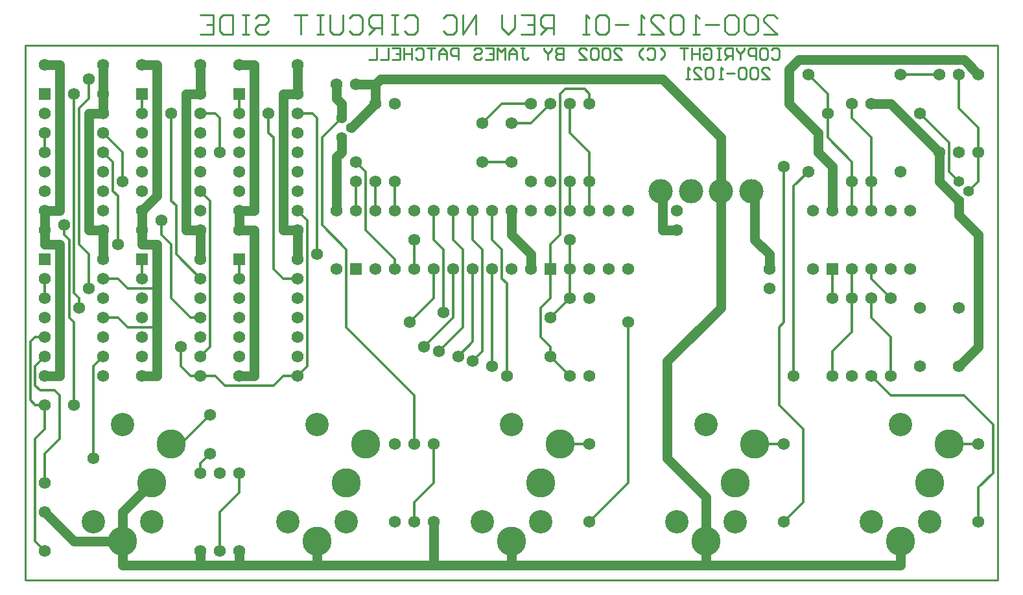
<source format=gbl>
*%FSLAX23Y23*%
*%MOIN*%
G01*
%ADD11C,0.006*%
%ADD12C,0.007*%
%ADD13C,0.008*%
%ADD14C,0.010*%
%ADD15C,0.012*%
%ADD16C,0.020*%
%ADD17C,0.032*%
%ADD18C,0.036*%
%ADD19C,0.050*%
%ADD20C,0.052*%
%ADD21C,0.055*%
%ADD22C,0.056*%
%ADD23C,0.060*%
%ADD24C,0.061*%
%ADD25C,0.062*%
%ADD26C,0.066*%
%ADD27C,0.068*%
%ADD28C,0.070*%
%ADD29C,0.080*%
%ADD30C,0.090*%
%ADD31C,0.095*%
%ADD32C,0.115*%
%ADD33C,0.120*%
%ADD34C,0.125*%
%ADD35C,0.126*%
%ADD36C,0.131*%
%ADD37C,0.150*%
%ADD38C,0.156*%
%ADD39R,0.062X0.062*%
%ADD40R,0.068X0.068*%
D14*
X10691Y9013D02*
X10731D01*
X10691Y9053D01*
Y9063D01*
X10701Y9073D01*
X10721D01*
X10731Y9063D01*
X10671D02*
X10661Y9073D01*
X10641D01*
X10631Y9063D01*
Y9023D01*
X10641Y9013D01*
X10661D01*
X10671Y9023D01*
Y9063D01*
X10611D02*
X10601Y9073D01*
X10581D01*
X10571Y9063D01*
Y9023D01*
X10581Y9013D01*
X10601D01*
X10611Y9023D01*
Y9063D01*
X10551Y9043D02*
X10511D01*
X10491Y9013D02*
X10471D01*
X10481D01*
Y9073D01*
X10482D01*
X10481D02*
X10491Y9063D01*
X10441D02*
X10431Y9073D01*
X10411D01*
X10401Y9063D01*
Y9023D01*
X10411Y9013D01*
X10431D01*
X10441Y9023D01*
Y9063D01*
X10381Y9013D02*
X10341D01*
X10381D02*
X10341Y9053D01*
Y9063D01*
X10351Y9073D01*
X10371D01*
X10381Y9063D01*
X10321Y9013D02*
X10301D01*
X10311D01*
Y9073D01*
X10312D01*
X10311D02*
X10321Y9063D01*
X10741Y9163D02*
X10751Y9173D01*
X10771D01*
X10781Y9163D01*
Y9123D01*
X10771Y9113D01*
X10751D01*
X10741Y9123D01*
X10711Y9173D02*
X10691D01*
X10711D02*
X10721Y9163D01*
Y9123D01*
X10711Y9113D01*
X10691D01*
X10681Y9123D01*
Y9163D01*
X10691Y9173D01*
X10661D02*
Y9113D01*
Y9173D02*
X10631D01*
X10621Y9163D01*
Y9143D01*
X10631Y9133D01*
X10661D01*
X10601Y9163D02*
Y9173D01*
Y9163D02*
X10581Y9143D01*
X10561Y9163D01*
Y9173D01*
X10581Y9143D02*
Y9113D01*
X10541D02*
Y9173D01*
X10511D01*
X10501Y9163D01*
Y9143D01*
X10511Y9133D01*
X10541D01*
X10521D02*
X10501Y9113D01*
X10481Y9173D02*
X10461D01*
X10471D01*
Y9113D01*
X10481D01*
X10461D01*
X10401Y9173D02*
X10391Y9163D01*
X10401Y9173D02*
X10421D01*
X10431Y9163D01*
Y9123D01*
X10421Y9113D01*
X10401D01*
X10391Y9123D01*
Y9143D01*
X10411D01*
X10371Y9173D02*
Y9113D01*
Y9143D01*
X10331D01*
Y9173D01*
Y9113D01*
X10311Y9173D02*
X10271D01*
X10291D01*
Y9113D01*
X10191Y9133D02*
X10171Y9113D01*
X10191Y9133D02*
Y9153D01*
X10171Y9173D01*
X10111D02*
X10101Y9163D01*
X10111Y9173D02*
X10131D01*
X10141Y9163D01*
Y9123D01*
X10131Y9113D01*
X10111D01*
X10101Y9123D01*
X10081Y9113D02*
X10061Y9133D01*
Y9153D01*
X10081Y9173D01*
X9971Y9113D02*
X9931D01*
X9971D02*
X9931Y9153D01*
Y9163D01*
X9941Y9173D01*
X9961D01*
X9971Y9163D01*
X9911D02*
X9901Y9173D01*
X9881D01*
X9871Y9163D01*
Y9123D01*
X9881Y9113D01*
X9901D01*
X9911Y9123D01*
Y9163D01*
X9851D02*
X9841Y9173D01*
X9821D01*
X9811Y9163D01*
Y9123D01*
X9821Y9113D01*
X9841D01*
X9851Y9123D01*
Y9163D01*
X9791Y9113D02*
X9751D01*
X9791D02*
X9751Y9153D01*
Y9163D01*
X9761Y9173D01*
X9781D01*
X9791Y9163D01*
X9671Y9173D02*
Y9113D01*
X9641D01*
X9631Y9123D01*
Y9133D01*
X9641Y9143D01*
X9671D01*
X9672D01*
X9671D02*
X9672D01*
X9671D02*
X9672D01*
X9671D02*
X9641D01*
X9631Y9153D01*
Y9163D01*
X9641Y9173D01*
X9671D01*
X9611D02*
Y9163D01*
X9591Y9143D01*
X9571Y9163D01*
Y9173D01*
X9591Y9143D02*
Y9113D01*
X9471Y9173D02*
X9451D01*
X9461D02*
X9471D01*
X9461D02*
Y9123D01*
X9471Y9113D01*
X9481D01*
X9491Y9123D01*
X9431Y9113D02*
Y9153D01*
X9411Y9173D01*
X9391Y9153D01*
Y9113D01*
Y9143D01*
X9431D01*
X9371Y9113D02*
Y9173D01*
X9351Y9153D01*
X9331Y9173D01*
Y9113D01*
X9311Y9173D02*
X9271D01*
X9311D02*
Y9113D01*
X9271D01*
X9291Y9143D02*
X9311D01*
X9222Y9173D02*
X9212Y9163D01*
X9222Y9173D02*
X9241D01*
X9251Y9163D01*
Y9153D01*
X9241Y9143D01*
X9222D01*
X9212Y9133D01*
Y9123D01*
X9222Y9113D01*
X9241D01*
X9251Y9123D01*
X9132Y9113D02*
Y9173D01*
X9102D01*
X9092Y9163D01*
Y9143D01*
X9102Y9133D01*
X9132D01*
X9072Y9113D02*
Y9153D01*
X9052Y9173D01*
X9032Y9153D01*
Y9113D01*
Y9143D01*
X9072D01*
X9012Y9173D02*
X8972D01*
X8992D01*
Y9113D01*
X8922Y9173D02*
X8912Y9163D01*
X8922Y9173D02*
X8942D01*
X8952Y9163D01*
Y9123D01*
X8942Y9113D01*
X8922D01*
X8912Y9123D01*
X8892Y9113D02*
Y9173D01*
Y9143D02*
Y9113D01*
Y9143D02*
X8852D01*
Y9173D01*
Y9113D01*
X8832Y9173D02*
X8792D01*
X8832D02*
Y9113D01*
X8792D01*
X8812Y9143D02*
X8832D01*
X8772Y9173D02*
Y9113D01*
X8732D01*
X8712D02*
Y9173D01*
Y9113D02*
X8672D01*
X10704Y9243D02*
X10771D01*
X10704Y9310D01*
Y9326D01*
X10721Y9343D01*
X10754D01*
X10771Y9326D01*
X10671D02*
X10654Y9343D01*
X10621D01*
X10604Y9326D01*
Y9260D01*
X10621Y9243D01*
X10654D01*
X10671Y9260D01*
Y9326D01*
X10571D02*
X10554Y9343D01*
X10521D01*
X10504Y9326D01*
Y9260D01*
X10521Y9243D01*
X10554D01*
X10571Y9260D01*
Y9326D01*
X10471Y9293D02*
X10404D01*
X10371Y9243D02*
X10338D01*
X10354D01*
Y9343D01*
X10355D01*
X10354D02*
X10371Y9326D01*
X10288D02*
X10271Y9343D01*
X10238D01*
X10221Y9326D01*
Y9260D01*
X10238Y9243D01*
X10271D01*
X10288Y9260D01*
Y9326D01*
X10188Y9243D02*
X10121D01*
X10188D02*
X10121Y9310D01*
Y9326D01*
X10138Y9343D01*
X10171D01*
X10188Y9326D01*
X10088Y9243D02*
X10055D01*
X10071D01*
Y9343D01*
X10072D01*
X10071D02*
X10088Y9326D01*
X10005Y9293D02*
X9938D01*
X9905Y9326D02*
X9888Y9343D01*
X9855D01*
X9838Y9326D01*
Y9260D01*
X9855Y9243D01*
X9888D01*
X9905Y9260D01*
Y9326D01*
X9805Y9243D02*
X9771D01*
X9788D01*
Y9343D01*
X9789D01*
X9788D02*
X9805Y9326D01*
X9621Y9343D02*
Y9243D01*
Y9343D02*
X9571D01*
X9555Y9326D01*
Y9293D01*
X9571Y9276D01*
X9621D01*
X9588D02*
X9555Y9243D01*
X9521Y9343D02*
X9455D01*
X9521D02*
Y9243D01*
X9455D01*
X9488Y9293D02*
X9521D01*
X9421Y9276D02*
Y9343D01*
Y9276D02*
X9388Y9243D01*
X9355Y9276D01*
Y9343D01*
X9222D02*
Y9243D01*
X9155D02*
X9222Y9343D01*
X9155D02*
Y9243D01*
X9055Y9326D02*
X9072Y9343D01*
X9105D01*
X9122Y9326D01*
Y9260D01*
X9105Y9243D01*
X9072D01*
X9055Y9260D01*
X8872Y9343D02*
X8855Y9326D01*
X8872Y9343D02*
X8905D01*
X8922Y9326D01*
Y9260D01*
X8905Y9243D01*
X8872D01*
X8855Y9260D01*
X8822Y9343D02*
X8788D01*
X8805D01*
Y9243D01*
X8822D01*
X8788D01*
X8738D02*
Y9343D01*
X8688D01*
X8672Y9326D01*
Y9293D01*
X8688Y9276D01*
X8738D01*
X8705D02*
X8672Y9243D01*
X8572Y9326D02*
X8588Y9343D01*
X8622D01*
X8638Y9326D01*
Y9260D01*
X8622Y9243D01*
X8588D01*
X8572Y9260D01*
X8538D02*
Y9343D01*
Y9260D02*
X8522Y9243D01*
X8488D01*
X8472Y9260D01*
Y9343D01*
X8438D02*
X8405D01*
X8422D01*
Y9243D01*
X8438D01*
X8405D01*
X8355Y9343D02*
X8288D01*
X8322D01*
Y9243D01*
X8105Y9343D02*
X8089Y9326D01*
X8105Y9343D02*
X8139D01*
X8155Y9326D01*
Y9310D01*
X8139Y9293D01*
X8105D01*
X8089Y9276D01*
Y9260D01*
X8105Y9243D01*
X8139D01*
X8155Y9260D01*
X8055Y9343D02*
X8022D01*
X8039D01*
Y9243D01*
X8055D01*
X8022D01*
X7972D02*
Y9343D01*
Y9243D02*
X7922D01*
X7905Y9260D01*
Y9326D01*
X7922Y9343D01*
X7972D01*
X7872D02*
X7805D01*
X7872D02*
Y9243D01*
X7805D01*
X7839Y9293D02*
X7872D01*
X6906Y9188D02*
X11906D01*
Y6438D02*
X6906D01*
Y9188D01*
X11906D02*
Y6438D01*
D15*
X8556Y8138D02*
X8431Y8263D01*
X8556Y7738D02*
X8906Y7388D01*
X7806Y7988D02*
X7681Y8113D01*
X11031Y8713D02*
X11156Y8588D01*
X11506Y8838D02*
X11656Y8688D01*
X10781Y7338D02*
X10906Y7213D01*
X8806Y8088D02*
X8656Y8238D01*
X11731Y7388D02*
X11881Y7238D01*
X7856Y7288D02*
X7706Y7138D01*
X9031Y7613D02*
X9156Y7738D01*
X9106Y7788D02*
X8956Y7638D01*
X9806Y6738D02*
X10006Y6938D01*
X9006Y7888D02*
X8881Y7763D01*
X7006Y7888D02*
Y7988D01*
X6931Y7663D02*
Y7388D01*
Y7363D01*
X6956Y7438D02*
Y7538D01*
X7006Y7088D02*
Y6938D01*
X6956Y7163D02*
Y6638D01*
X7006Y7213D02*
Y7338D01*
Y8638D02*
Y8738D01*
X6931Y7363D02*
X6956Y7338D01*
X6981Y7413D02*
X6956Y7438D01*
X7056Y7413D02*
X7081Y7388D01*
X6956Y6638D02*
X7006Y6588D01*
X6931Y7663D02*
X6956Y7688D01*
X7081Y7163D02*
X7006Y7088D01*
X6956Y7538D02*
X7006Y7588D01*
Y7213D02*
X6956Y7163D01*
X7231Y7938D02*
Y8113D01*
X7181Y8163D02*
Y8863D01*
X7231Y8913D02*
Y9013D01*
X7081Y7388D02*
Y7163D01*
X7156Y7338D02*
Y7763D01*
X7131Y7788D02*
Y8188D01*
X7106Y8213D02*
Y8263D01*
X7181Y7888D02*
Y7838D01*
X7156Y7913D02*
Y8938D01*
X7256Y7538D02*
Y7063D01*
X7231Y8113D02*
X7181Y8163D01*
X7131Y7788D02*
X7156Y7763D01*
X7131Y8188D02*
X7106Y8213D01*
X7156Y7913D02*
X7181Y7888D01*
Y8863D02*
X7206Y8888D01*
X7231Y8913D01*
X7306Y7588D02*
X7256Y7538D01*
X7381Y8163D02*
Y8413D01*
X7356Y8438D02*
Y8588D01*
X7406Y8638D02*
Y8488D01*
X7381Y7988D02*
X7431Y7938D01*
X7381Y7788D02*
X7431Y7738D01*
X7381Y8413D02*
X7356Y8438D01*
Y8588D02*
X7306Y8638D01*
Y8738D02*
X7406Y8638D01*
X7656Y7138D02*
X7706D01*
X10656D02*
X10806D01*
X11656D02*
X11806D01*
X9806D02*
X9656D01*
X7506Y7988D02*
Y8088D01*
Y8838D02*
Y8938D01*
X7606Y8288D02*
Y8213D01*
X7656Y8163D02*
Y7888D01*
Y8388D02*
Y8838D01*
Y7888D02*
X7756Y7788D01*
X7656Y8163D02*
X7606Y8213D01*
X7681Y8363D02*
X7656Y8388D01*
X7006Y7338D02*
X6956D01*
X11356Y7388D02*
X11731D01*
X7856Y7638D02*
Y8388D01*
X7681Y8363D02*
Y8113D01*
X7706Y7638D02*
Y7538D01*
X7806Y7038D02*
Y6988D01*
X7856Y8388D02*
X7806Y8438D01*
X7706Y7538D02*
X7756Y7488D01*
X7806Y7588D02*
X7856Y7638D01*
Y7088D02*
X7806Y7038D01*
X7056Y7413D02*
X6981D01*
X7931Y7438D02*
X8181D01*
X7806Y7488D02*
X7756D01*
X7806D02*
X7881D01*
X8231D02*
X8306D01*
X8006Y7988D02*
Y8088D01*
Y8838D02*
Y8938D01*
X7906Y8813D02*
Y8638D01*
Y6788D02*
Y6588D01*
X8006Y6888D02*
Y6988D01*
X7906Y8813D02*
X7881Y8838D01*
Y7488D02*
X7931Y7438D01*
X8006Y6888D02*
X7906Y6788D01*
X7581Y7738D02*
X7431D01*
X7006Y7688D02*
X6956D01*
X8181Y8038D02*
Y8713D01*
X8156Y8738D02*
Y8838D01*
X8181Y8038D02*
X8231Y7988D01*
X8181Y8713D02*
X8156Y8738D01*
X8231Y7488D02*
X8181Y7438D01*
X7581Y7938D02*
X7431D01*
X7381Y7788D02*
X7306D01*
X7756D02*
X7806D01*
X8431Y8263D02*
Y8713D01*
X8406Y8813D02*
Y8113D01*
X8356Y8288D02*
Y7538D01*
X8406Y8813D02*
X8381Y8838D01*
X8306Y8338D02*
X8356Y8288D01*
X8431Y8713D02*
X8531Y8813D01*
X8356Y7538D02*
X8306Y7488D01*
X7381Y7988D02*
X7306D01*
X8231D02*
X8306D01*
X8556Y8138D02*
Y7738D01*
X8606Y8338D02*
Y8488D01*
X8656Y8538D02*
X8606Y8588D01*
X8706Y8488D02*
Y8338D01*
X8806D02*
Y8488D01*
Y8088D02*
Y8038D01*
X8656Y8238D02*
Y8538D01*
X8906Y7388D02*
Y7138D01*
X9006D02*
Y6938D01*
X8906Y6838D02*
Y6738D01*
X9006Y8188D02*
Y8338D01*
Y8038D02*
Y7888D01*
X8906Y8038D02*
Y8188D01*
X9006D02*
X9056Y8138D01*
X9006Y6938D02*
X8906Y6838D01*
X9256Y8588D02*
X9406D01*
X9206Y8338D02*
Y8188D01*
Y8038D02*
Y7663D01*
X9156Y7738D02*
Y8138D01*
X9106Y8188D02*
Y8338D01*
Y8038D02*
Y7788D01*
X9056Y7813D02*
Y8138D01*
X9206Y8188D02*
X9256Y8138D01*
X9156D02*
X9106Y8188D01*
X9206Y7663D02*
X9131Y7588D01*
X9206Y7563D02*
X9256Y7613D01*
X7881Y8838D02*
X7806D01*
X8306D02*
X8381D01*
X9356Y8888D02*
X9506D01*
Y8788D02*
X9406D01*
X9381Y7963D02*
Y7488D01*
X9356Y7988D02*
Y8138D01*
X9306Y8188D02*
Y8338D01*
Y8038D02*
Y7538D01*
X9256Y7938D02*
Y8138D01*
Y7938D02*
Y7613D01*
X9381Y7963D02*
X9356Y7988D01*
Y8138D02*
X9306Y8188D01*
X9256Y8788D02*
X9356Y8888D01*
X9681Y8963D02*
X9781D01*
X11406Y9038D02*
X11606D01*
X9556Y7838D02*
Y7688D01*
X9606Y8038D02*
Y8163D01*
Y8038D02*
Y7888D01*
Y7638D02*
Y7588D01*
Y7638D02*
X9556Y7688D01*
X9606Y7588D02*
X9706Y7488D01*
X9606Y8163D02*
X9656Y8213D01*
X9706Y7888D02*
X9606Y7788D01*
X9556Y7838D02*
X9606Y7888D01*
X9506Y8788D02*
X9606Y8888D01*
X9806Y8463D02*
Y8338D01*
X9706D02*
Y8488D01*
Y8738D02*
Y8888D01*
X9806Y8488D02*
Y8463D01*
Y8488D02*
Y8638D01*
X9656Y8938D02*
Y8213D01*
X9806Y8888D02*
Y8938D01*
X9706Y8038D02*
Y7888D01*
Y8038D02*
Y8188D01*
X9806Y8638D02*
X9706Y8738D01*
X9806Y8938D02*
X9781Y8963D01*
X9681D02*
X9656Y8938D01*
X10006Y7763D02*
Y6938D01*
X10781Y7338D02*
Y7738D01*
X10806Y7763D01*
X10856Y7488D02*
Y8463D01*
X10906Y7213D02*
Y6838D01*
X10806Y7763D02*
Y8563D01*
X11031Y8938D02*
X10931Y9038D01*
Y8538D02*
X10856Y8463D01*
X10906Y6838D02*
X10806Y6738D01*
X11056Y7888D02*
Y8038D01*
X11156Y8813D02*
Y8888D01*
Y8488D02*
Y8338D01*
Y8488D02*
Y8588D01*
X11031Y8713D02*
Y8838D01*
Y8938D01*
X11156Y8038D02*
Y7888D01*
Y7713D01*
X11056Y7613D02*
Y7488D01*
X11256Y8713D02*
X11156Y8813D01*
Y7713D02*
X11056Y7613D01*
X11256Y7988D02*
Y8038D01*
X11356Y7688D02*
Y7488D01*
X11256Y7788D02*
Y7888D01*
Y8488D02*
Y8713D01*
Y8488D02*
Y8338D01*
Y7988D02*
X11356Y7888D01*
X11256Y7788D02*
X11356Y7688D01*
X11256Y7488D02*
X11356Y7388D01*
X11706Y8863D02*
Y9038D01*
X11656Y8688D02*
Y8538D01*
X11806Y8763D02*
X11706Y8863D01*
X11656Y8538D02*
X11706Y8488D01*
X11756Y8438D02*
X11806Y8488D01*
Y8638D02*
Y8763D01*
Y8638D02*
Y8488D01*
X11881Y7238D02*
Y6988D01*
X11806Y6913D02*
Y6738D01*
Y6913D02*
X11881Y6988D01*
D19*
X7156Y6638D02*
X7006Y6788D01*
X8531Y8888D02*
X8506Y8913D01*
X10656Y8188D02*
X10731Y8113D01*
X9506D02*
X9406Y8213D01*
X11706Y8313D02*
X11806Y8213D01*
X11706Y8388D02*
X11606Y8488D01*
Y8638D02*
X11356Y8888D01*
X10981Y8738D02*
X10831Y8888D01*
X10981Y8638D02*
X11006Y8613D01*
X11056Y8563D01*
X11731Y9113D02*
X11806Y9038D01*
X10484Y8713D02*
X10184Y9013D01*
X10206Y7063D02*
X10406Y6863D01*
X7581Y8413D02*
X7506Y8338D01*
X7556Y6938D02*
X7406Y6788D01*
X8506Y8613D02*
X8531Y8638D01*
X11706Y7538D02*
X11806Y7638D01*
X10831Y9063D02*
X10881Y9113D01*
X8731Y9013D02*
X8706Y8988D01*
Y8888D02*
X8581Y8763D01*
X10206Y7563D02*
X10481Y7838D01*
X8006Y6513D02*
X7806D01*
X7406D01*
X8006D02*
X8406D01*
X9006D01*
X9406D01*
X10406D01*
X11406D01*
X7006Y8238D02*
Y8338D01*
Y8238D02*
Y8163D01*
X7156Y6638D02*
X7406D01*
X7081Y8338D02*
Y9088D01*
Y8163D02*
Y7488D01*
X7231Y8238D02*
Y8838D01*
X7306Y8938D02*
Y9088D01*
Y8938D02*
Y8838D01*
Y8238D02*
Y8088D01*
X7406Y6638D02*
Y6513D01*
Y6638D02*
Y6788D01*
X7581Y7488D02*
Y8163D01*
X7506Y8238D02*
Y8338D01*
Y8238D02*
Y8163D01*
X7581Y8413D02*
Y9088D01*
X7731Y8938D02*
Y8238D01*
X7806Y8938D02*
Y9088D01*
Y8238D02*
Y8088D01*
Y6588D02*
Y6513D01*
X7081Y7488D02*
X7006D01*
X7506D02*
X7581D01*
X8006D02*
X8081D01*
X8006Y8238D02*
Y8338D01*
Y6588D02*
Y6513D01*
X8081Y8338D02*
Y9088D01*
Y8238D02*
Y7488D01*
X8231Y8238D02*
Y8938D01*
X8406Y6638D02*
Y6513D01*
X8306Y8088D02*
Y8238D01*
Y8938D02*
Y9088D01*
X7081Y8163D02*
X7006D01*
X7506D02*
X7581D01*
X8531Y8638D02*
Y8713D01*
X8506Y8613D02*
Y8338D01*
Y8913D02*
Y8988D01*
X8531Y8888D02*
Y8813D01*
X7081Y8338D02*
X7006D01*
X7231Y8238D02*
X7306D01*
X7731D02*
X7806D01*
X8006Y8338D02*
X8081D01*
Y8238D02*
X8006D01*
X8231D02*
X8306D01*
X10181D02*
X10256D01*
X8706Y8888D02*
Y8988D01*
X10640Y8438D02*
X10656D01*
X10181D02*
X10172D01*
X10481D02*
X10484D01*
X9006Y6738D02*
Y6513D01*
X7306Y8838D02*
X7231D01*
X7731Y8938D02*
X7806D01*
X8231D02*
X8306D01*
X11256Y8888D02*
X11356D01*
X9406Y6638D02*
Y6513D01*
Y8213D02*
Y8338D01*
X7081Y9088D02*
X7006D01*
X7506D02*
X7581D01*
X8006D02*
X8081D01*
X10881Y9113D02*
X11731D01*
X8706Y8988D02*
X8606D01*
X8731Y9013D02*
X10184D01*
X9506Y8113D02*
Y8038D01*
X10181Y8238D02*
Y8438D01*
X10206Y7563D02*
Y7063D01*
X10406Y6638D02*
Y6513D01*
Y6638D02*
Y6863D01*
X10484Y8438D02*
Y8713D01*
X10481Y8438D02*
Y7838D01*
X10656Y8188D02*
Y8438D01*
X10731Y8113D02*
Y8038D01*
X10831Y8888D02*
Y9063D01*
X10981Y8738D02*
Y8638D01*
X11056Y8563D02*
Y8338D01*
X11406Y6638D02*
Y6513D01*
X11706Y8313D02*
Y8388D01*
X11606Y8488D02*
Y8638D01*
X11806Y8213D02*
Y7638D01*
D21*
X11706Y8488D02*
D03*
X11756Y8438D02*
D03*
X11706Y8388D02*
D03*
X8531Y8813D02*
D03*
X8581Y8763D02*
D03*
X8531Y8713D02*
D03*
D25*
X10806Y8563D02*
D03*
X10856Y7488D02*
D03*
X10006Y7763D02*
D03*
X9706Y8188D02*
D03*
X9381Y7488D02*
D03*
X9306Y7538D02*
D03*
X9206Y7563D02*
D03*
X9131Y7588D02*
D03*
X9056Y7813D02*
D03*
X9031Y7613D02*
D03*
X8956Y7638D02*
D03*
X8881Y7763D02*
D03*
X8906Y8188D02*
D03*
X8406Y8113D02*
D03*
X8156Y8838D02*
D03*
X7906Y8638D02*
D03*
X7706Y7638D02*
D03*
X7656Y8838D02*
D03*
X7606Y8288D02*
D03*
X7381Y8163D02*
D03*
X7406Y8488D02*
D03*
X7231Y9013D02*
D03*
X7156Y8938D02*
D03*
X7231Y7938D02*
D03*
X7156Y7338D02*
D03*
X7106Y8263D02*
D03*
X7181Y7838D02*
D03*
X7256Y7063D02*
D03*
X10931Y9038D02*
D03*
Y8538D02*
D03*
X11031Y8838D02*
D03*
X11156Y8888D02*
D03*
Y8488D02*
D03*
X11406Y9038D02*
D03*
Y8538D02*
D03*
X11506Y8838D02*
D03*
X11606Y9038D02*
D03*
Y8638D02*
D03*
X11706Y9038D02*
D03*
Y8638D02*
D03*
X11806Y9038D02*
D03*
Y8638D02*
D03*
X10731Y7938D02*
D03*
Y8038D02*
D03*
X10956Y8338D02*
D03*
Y8038D02*
D03*
X11156D02*
D03*
X11256D02*
D03*
X11356D02*
D03*
Y8338D02*
D03*
X11256D02*
D03*
X11156D02*
D03*
X11056D02*
D03*
Y7488D02*
D03*
Y7888D02*
D03*
X11156D02*
D03*
Y7488D02*
D03*
X11256D02*
D03*
Y7888D02*
D03*
Y8488D02*
D03*
Y8888D02*
D03*
X11356Y7488D02*
D03*
Y7888D02*
D03*
X11506Y7838D02*
D03*
Y7538D02*
D03*
X11456Y8038D02*
D03*
Y8338D02*
D03*
X11706Y7838D02*
D03*
Y7538D02*
D03*
X10806Y7138D02*
D03*
Y6738D02*
D03*
X11806Y7138D02*
D03*
Y6738D02*
D03*
X9806Y8888D02*
D03*
Y8488D02*
D03*
X9706Y8888D02*
D03*
Y8488D02*
D03*
X9606Y8888D02*
D03*
Y8488D02*
D03*
X9506Y8888D02*
D03*
Y8488D02*
D03*
X9406Y8788D02*
D03*
Y8588D02*
D03*
X9256Y8788D02*
D03*
Y8588D02*
D03*
X10256Y8238D02*
D03*
Y8338D02*
D03*
X9806Y7888D02*
D03*
Y7488D02*
D03*
X9706Y7888D02*
D03*
Y7488D02*
D03*
X9606Y7588D02*
D03*
Y7788D02*
D03*
X10006Y8038D02*
D03*
Y8338D02*
D03*
X9706Y8038D02*
D03*
X9806D02*
D03*
X9906D02*
D03*
Y8338D02*
D03*
X9806D02*
D03*
X9706D02*
D03*
X9606D02*
D03*
X9506D02*
D03*
Y8038D02*
D03*
X9406D02*
D03*
Y8338D02*
D03*
X9806Y7138D02*
D03*
Y6738D02*
D03*
X8506Y8988D02*
D03*
X8606D02*
D03*
X7506Y8838D02*
D03*
Y8738D02*
D03*
Y8638D02*
D03*
Y8538D02*
D03*
Y8438D02*
D03*
Y8338D02*
D03*
X7806D02*
D03*
Y8438D02*
D03*
Y8538D02*
D03*
Y8638D02*
D03*
Y8738D02*
D03*
Y8838D02*
D03*
Y8938D02*
D03*
Y9088D02*
D03*
X7506D02*
D03*
X8006Y8838D02*
D03*
Y8738D02*
D03*
Y8638D02*
D03*
Y8538D02*
D03*
Y8438D02*
D03*
Y8338D02*
D03*
X8306D02*
D03*
Y8438D02*
D03*
Y8538D02*
D03*
Y8638D02*
D03*
Y8738D02*
D03*
Y8838D02*
D03*
Y8938D02*
D03*
Y9088D02*
D03*
X8006D02*
D03*
X8806Y8488D02*
D03*
Y8888D02*
D03*
X8706Y8488D02*
D03*
Y8888D02*
D03*
X8606Y8588D02*
D03*
Y8488D02*
D03*
X8706Y8038D02*
D03*
X8806D02*
D03*
X8906D02*
D03*
X9006D02*
D03*
X9106D02*
D03*
X9206D02*
D03*
X9306D02*
D03*
Y8338D02*
D03*
X9206D02*
D03*
X9106D02*
D03*
X9006D02*
D03*
X8906D02*
D03*
X8806D02*
D03*
X8706D02*
D03*
X8606D02*
D03*
X8506D02*
D03*
Y8038D02*
D03*
X7806Y8238D02*
D03*
X7506D02*
D03*
Y7988D02*
D03*
Y7888D02*
D03*
Y7788D02*
D03*
Y7688D02*
D03*
Y7588D02*
D03*
Y7488D02*
D03*
X7806D02*
D03*
Y7588D02*
D03*
Y7688D02*
D03*
Y7788D02*
D03*
Y7888D02*
D03*
Y7988D02*
D03*
Y8088D02*
D03*
X8306Y8238D02*
D03*
X8006D02*
D03*
Y7988D02*
D03*
Y7888D02*
D03*
Y7788D02*
D03*
Y7688D02*
D03*
Y7588D02*
D03*
Y7488D02*
D03*
X8306D02*
D03*
Y7588D02*
D03*
Y7688D02*
D03*
Y7788D02*
D03*
Y7888D02*
D03*
Y7988D02*
D03*
Y8088D02*
D03*
X7856Y7088D02*
D03*
Y7288D02*
D03*
X8806Y7138D02*
D03*
Y6738D02*
D03*
X8906D02*
D03*
Y7138D02*
D03*
X9006Y6738D02*
D03*
Y7138D02*
D03*
X7806Y6988D02*
D03*
Y6588D02*
D03*
X7906D02*
D03*
Y6988D02*
D03*
X8006Y6588D02*
D03*
Y6988D02*
D03*
X7306Y9088D02*
D03*
X7006D02*
D03*
Y8838D02*
D03*
Y8738D02*
D03*
Y8638D02*
D03*
Y8538D02*
D03*
Y8438D02*
D03*
Y8338D02*
D03*
X7306D02*
D03*
Y8438D02*
D03*
Y8538D02*
D03*
Y8638D02*
D03*
Y8738D02*
D03*
Y8838D02*
D03*
Y8938D02*
D03*
Y8238D02*
D03*
X7006D02*
D03*
Y7988D02*
D03*
Y7888D02*
D03*
Y7788D02*
D03*
Y7688D02*
D03*
Y7588D02*
D03*
Y7488D02*
D03*
X7306D02*
D03*
Y7588D02*
D03*
Y7688D02*
D03*
Y7788D02*
D03*
Y7888D02*
D03*
Y7988D02*
D03*
Y8088D02*
D03*
X7006Y7338D02*
D03*
Y6938D02*
D03*
Y6788D02*
D03*
Y6588D02*
D03*
D33*
X11256Y6738D02*
D03*
X11556D02*
D03*
X11406Y7238D02*
D03*
X10256Y6738D02*
D03*
X10556D02*
D03*
X10406Y7238D02*
D03*
X9256Y6738D02*
D03*
X9556D02*
D03*
X9406Y7238D02*
D03*
X8256Y6738D02*
D03*
X8556D02*
D03*
X8406Y7238D02*
D03*
X7256Y6738D02*
D03*
X7556D02*
D03*
X7406Y7238D02*
D03*
D34*
X10328Y8438D02*
D03*
X10640D02*
D03*
X10172D02*
D03*
X10484D02*
D03*
D37*
X11656Y7138D02*
D03*
X11556Y6938D02*
D03*
X11406Y6638D02*
D03*
X10656Y7138D02*
D03*
X10556Y6938D02*
D03*
X10406Y6638D02*
D03*
X9656Y7138D02*
D03*
X9556Y6938D02*
D03*
X9406Y6638D02*
D03*
X8656Y7138D02*
D03*
X8556Y6938D02*
D03*
X8406Y6638D02*
D03*
X7656Y7138D02*
D03*
X7556Y6938D02*
D03*
X7406Y6638D02*
D03*
D39*
X11056Y8038D02*
D03*
X9606D02*
D03*
X7506Y8938D02*
D03*
X8006D02*
D03*
X8606Y8038D02*
D03*
X7506Y8088D02*
D03*
X8006D02*
D03*
X7006Y8938D02*
D03*
Y8088D02*
D03*
M02*

</source>
